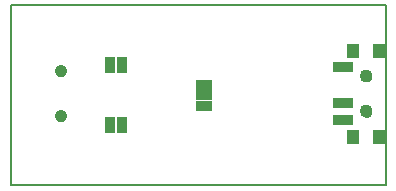
<source format=gbs>
G75*
%MOIN*%
%OFA0B0*%
%FSLAX25Y25*%
%IPPOS*%
%LPD*%
%AMOC8*
5,1,8,0,0,1.08239X$1,22.5*
%
%ADD10C,0.00800*%
%ADD11C,0.00000*%
%ADD12C,0.04146*%
%ADD13R,0.05800X0.03300*%
%ADD14R,0.03300X0.05800*%
%ADD15R,0.06706X0.03556*%
%ADD16C,0.04343*%
%ADD17R,0.03950X0.04737*%
D10*
X0123333Y0058200D02*
X0248333Y0058200D01*
X0248333Y0118200D01*
X0123333Y0118200D01*
X0123333Y0058200D01*
D11*
X0138322Y0081220D02*
X0138324Y0081301D01*
X0138330Y0081383D01*
X0138340Y0081464D01*
X0138354Y0081544D01*
X0138371Y0081623D01*
X0138393Y0081702D01*
X0138418Y0081779D01*
X0138447Y0081856D01*
X0138480Y0081930D01*
X0138517Y0082003D01*
X0138556Y0082074D01*
X0138600Y0082143D01*
X0138646Y0082210D01*
X0138696Y0082274D01*
X0138749Y0082336D01*
X0138805Y0082396D01*
X0138863Y0082452D01*
X0138925Y0082506D01*
X0138989Y0082557D01*
X0139055Y0082604D01*
X0139123Y0082648D01*
X0139194Y0082689D01*
X0139266Y0082726D01*
X0139341Y0082760D01*
X0139416Y0082790D01*
X0139494Y0082816D01*
X0139572Y0082839D01*
X0139651Y0082857D01*
X0139731Y0082872D01*
X0139812Y0082883D01*
X0139893Y0082890D01*
X0139975Y0082893D01*
X0140056Y0082892D01*
X0140137Y0082887D01*
X0140218Y0082878D01*
X0140299Y0082865D01*
X0140379Y0082848D01*
X0140457Y0082828D01*
X0140535Y0082803D01*
X0140612Y0082775D01*
X0140687Y0082743D01*
X0140760Y0082708D01*
X0140831Y0082669D01*
X0140901Y0082626D01*
X0140968Y0082581D01*
X0141034Y0082532D01*
X0141096Y0082480D01*
X0141156Y0082424D01*
X0141213Y0082366D01*
X0141268Y0082306D01*
X0141319Y0082242D01*
X0141367Y0082177D01*
X0141412Y0082109D01*
X0141454Y0082039D01*
X0141492Y0081967D01*
X0141527Y0081893D01*
X0141558Y0081818D01*
X0141585Y0081741D01*
X0141608Y0081663D01*
X0141628Y0081584D01*
X0141644Y0081504D01*
X0141656Y0081423D01*
X0141664Y0081342D01*
X0141668Y0081261D01*
X0141668Y0081179D01*
X0141664Y0081098D01*
X0141656Y0081017D01*
X0141644Y0080936D01*
X0141628Y0080856D01*
X0141608Y0080777D01*
X0141585Y0080699D01*
X0141558Y0080622D01*
X0141527Y0080547D01*
X0141492Y0080473D01*
X0141454Y0080401D01*
X0141412Y0080331D01*
X0141367Y0080263D01*
X0141319Y0080198D01*
X0141268Y0080134D01*
X0141213Y0080074D01*
X0141156Y0080016D01*
X0141096Y0079960D01*
X0141034Y0079908D01*
X0140968Y0079859D01*
X0140901Y0079814D01*
X0140832Y0079771D01*
X0140760Y0079732D01*
X0140687Y0079697D01*
X0140612Y0079665D01*
X0140535Y0079637D01*
X0140457Y0079612D01*
X0140379Y0079592D01*
X0140299Y0079575D01*
X0140218Y0079562D01*
X0140137Y0079553D01*
X0140056Y0079548D01*
X0139975Y0079547D01*
X0139893Y0079550D01*
X0139812Y0079557D01*
X0139731Y0079568D01*
X0139651Y0079583D01*
X0139572Y0079601D01*
X0139494Y0079624D01*
X0139416Y0079650D01*
X0139341Y0079680D01*
X0139266Y0079714D01*
X0139194Y0079751D01*
X0139123Y0079792D01*
X0139055Y0079836D01*
X0138989Y0079883D01*
X0138925Y0079934D01*
X0138863Y0079988D01*
X0138805Y0080044D01*
X0138749Y0080104D01*
X0138696Y0080166D01*
X0138646Y0080230D01*
X0138600Y0080297D01*
X0138556Y0080366D01*
X0138517Y0080437D01*
X0138480Y0080510D01*
X0138447Y0080584D01*
X0138418Y0080661D01*
X0138393Y0080738D01*
X0138371Y0080817D01*
X0138354Y0080896D01*
X0138340Y0080976D01*
X0138330Y0081057D01*
X0138324Y0081139D01*
X0138322Y0081220D01*
X0138322Y0096180D02*
X0138324Y0096261D01*
X0138330Y0096343D01*
X0138340Y0096424D01*
X0138354Y0096504D01*
X0138371Y0096583D01*
X0138393Y0096662D01*
X0138418Y0096739D01*
X0138447Y0096816D01*
X0138480Y0096890D01*
X0138517Y0096963D01*
X0138556Y0097034D01*
X0138600Y0097103D01*
X0138646Y0097170D01*
X0138696Y0097234D01*
X0138749Y0097296D01*
X0138805Y0097356D01*
X0138863Y0097412D01*
X0138925Y0097466D01*
X0138989Y0097517D01*
X0139055Y0097564D01*
X0139123Y0097608D01*
X0139194Y0097649D01*
X0139266Y0097686D01*
X0139341Y0097720D01*
X0139416Y0097750D01*
X0139494Y0097776D01*
X0139572Y0097799D01*
X0139651Y0097817D01*
X0139731Y0097832D01*
X0139812Y0097843D01*
X0139893Y0097850D01*
X0139975Y0097853D01*
X0140056Y0097852D01*
X0140137Y0097847D01*
X0140218Y0097838D01*
X0140299Y0097825D01*
X0140379Y0097808D01*
X0140457Y0097788D01*
X0140535Y0097763D01*
X0140612Y0097735D01*
X0140687Y0097703D01*
X0140760Y0097668D01*
X0140831Y0097629D01*
X0140901Y0097586D01*
X0140968Y0097541D01*
X0141034Y0097492D01*
X0141096Y0097440D01*
X0141156Y0097384D01*
X0141213Y0097326D01*
X0141268Y0097266D01*
X0141319Y0097202D01*
X0141367Y0097137D01*
X0141412Y0097069D01*
X0141454Y0096999D01*
X0141492Y0096927D01*
X0141527Y0096853D01*
X0141558Y0096778D01*
X0141585Y0096701D01*
X0141608Y0096623D01*
X0141628Y0096544D01*
X0141644Y0096464D01*
X0141656Y0096383D01*
X0141664Y0096302D01*
X0141668Y0096221D01*
X0141668Y0096139D01*
X0141664Y0096058D01*
X0141656Y0095977D01*
X0141644Y0095896D01*
X0141628Y0095816D01*
X0141608Y0095737D01*
X0141585Y0095659D01*
X0141558Y0095582D01*
X0141527Y0095507D01*
X0141492Y0095433D01*
X0141454Y0095361D01*
X0141412Y0095291D01*
X0141367Y0095223D01*
X0141319Y0095158D01*
X0141268Y0095094D01*
X0141213Y0095034D01*
X0141156Y0094976D01*
X0141096Y0094920D01*
X0141034Y0094868D01*
X0140968Y0094819D01*
X0140901Y0094774D01*
X0140832Y0094731D01*
X0140760Y0094692D01*
X0140687Y0094657D01*
X0140612Y0094625D01*
X0140535Y0094597D01*
X0140457Y0094572D01*
X0140379Y0094552D01*
X0140299Y0094535D01*
X0140218Y0094522D01*
X0140137Y0094513D01*
X0140056Y0094508D01*
X0139975Y0094507D01*
X0139893Y0094510D01*
X0139812Y0094517D01*
X0139731Y0094528D01*
X0139651Y0094543D01*
X0139572Y0094561D01*
X0139494Y0094584D01*
X0139416Y0094610D01*
X0139341Y0094640D01*
X0139266Y0094674D01*
X0139194Y0094711D01*
X0139123Y0094752D01*
X0139055Y0094796D01*
X0138989Y0094843D01*
X0138925Y0094894D01*
X0138863Y0094948D01*
X0138805Y0095004D01*
X0138749Y0095064D01*
X0138696Y0095126D01*
X0138646Y0095190D01*
X0138600Y0095257D01*
X0138556Y0095326D01*
X0138517Y0095397D01*
X0138480Y0095470D01*
X0138447Y0095544D01*
X0138418Y0095621D01*
X0138393Y0095698D01*
X0138371Y0095777D01*
X0138354Y0095856D01*
X0138340Y0095936D01*
X0138330Y0096017D01*
X0138324Y0096099D01*
X0138322Y0096180D01*
X0240061Y0094606D02*
X0240063Y0094690D01*
X0240069Y0094773D01*
X0240079Y0094856D01*
X0240093Y0094939D01*
X0240110Y0095021D01*
X0240132Y0095102D01*
X0240157Y0095181D01*
X0240186Y0095260D01*
X0240219Y0095337D01*
X0240255Y0095412D01*
X0240295Y0095486D01*
X0240338Y0095558D01*
X0240385Y0095627D01*
X0240435Y0095694D01*
X0240488Y0095759D01*
X0240544Y0095821D01*
X0240602Y0095881D01*
X0240664Y0095938D01*
X0240728Y0095991D01*
X0240795Y0096042D01*
X0240864Y0096089D01*
X0240935Y0096134D01*
X0241008Y0096174D01*
X0241083Y0096211D01*
X0241160Y0096245D01*
X0241238Y0096275D01*
X0241317Y0096301D01*
X0241398Y0096324D01*
X0241480Y0096342D01*
X0241562Y0096357D01*
X0241645Y0096368D01*
X0241728Y0096375D01*
X0241812Y0096378D01*
X0241896Y0096377D01*
X0241979Y0096372D01*
X0242063Y0096363D01*
X0242145Y0096350D01*
X0242227Y0096334D01*
X0242308Y0096313D01*
X0242389Y0096289D01*
X0242467Y0096261D01*
X0242545Y0096229D01*
X0242621Y0096193D01*
X0242695Y0096154D01*
X0242767Y0096112D01*
X0242837Y0096066D01*
X0242905Y0096017D01*
X0242970Y0095965D01*
X0243033Y0095910D01*
X0243093Y0095852D01*
X0243151Y0095791D01*
X0243205Y0095727D01*
X0243257Y0095661D01*
X0243305Y0095593D01*
X0243350Y0095522D01*
X0243391Y0095449D01*
X0243430Y0095375D01*
X0243464Y0095299D01*
X0243495Y0095221D01*
X0243522Y0095142D01*
X0243546Y0095061D01*
X0243565Y0094980D01*
X0243581Y0094898D01*
X0243593Y0094815D01*
X0243601Y0094731D01*
X0243605Y0094648D01*
X0243605Y0094564D01*
X0243601Y0094481D01*
X0243593Y0094397D01*
X0243581Y0094314D01*
X0243565Y0094232D01*
X0243546Y0094151D01*
X0243522Y0094070D01*
X0243495Y0093991D01*
X0243464Y0093913D01*
X0243430Y0093837D01*
X0243391Y0093763D01*
X0243350Y0093690D01*
X0243305Y0093619D01*
X0243257Y0093551D01*
X0243205Y0093485D01*
X0243151Y0093421D01*
X0243093Y0093360D01*
X0243033Y0093302D01*
X0242970Y0093247D01*
X0242905Y0093195D01*
X0242837Y0093146D01*
X0242767Y0093100D01*
X0242695Y0093058D01*
X0242621Y0093019D01*
X0242545Y0092983D01*
X0242467Y0092951D01*
X0242389Y0092923D01*
X0242308Y0092899D01*
X0242227Y0092878D01*
X0242145Y0092862D01*
X0242063Y0092849D01*
X0241979Y0092840D01*
X0241896Y0092835D01*
X0241812Y0092834D01*
X0241728Y0092837D01*
X0241645Y0092844D01*
X0241562Y0092855D01*
X0241480Y0092870D01*
X0241398Y0092888D01*
X0241317Y0092911D01*
X0241238Y0092937D01*
X0241160Y0092967D01*
X0241083Y0093001D01*
X0241008Y0093038D01*
X0240935Y0093078D01*
X0240864Y0093123D01*
X0240795Y0093170D01*
X0240728Y0093221D01*
X0240664Y0093274D01*
X0240602Y0093331D01*
X0240544Y0093391D01*
X0240488Y0093453D01*
X0240435Y0093518D01*
X0240385Y0093585D01*
X0240338Y0093654D01*
X0240295Y0093726D01*
X0240255Y0093800D01*
X0240219Y0093875D01*
X0240186Y0093952D01*
X0240157Y0094031D01*
X0240132Y0094110D01*
X0240110Y0094191D01*
X0240093Y0094273D01*
X0240079Y0094356D01*
X0240069Y0094439D01*
X0240063Y0094522D01*
X0240061Y0094606D01*
X0240061Y0082794D02*
X0240063Y0082878D01*
X0240069Y0082961D01*
X0240079Y0083044D01*
X0240093Y0083127D01*
X0240110Y0083209D01*
X0240132Y0083290D01*
X0240157Y0083369D01*
X0240186Y0083448D01*
X0240219Y0083525D01*
X0240255Y0083600D01*
X0240295Y0083674D01*
X0240338Y0083746D01*
X0240385Y0083815D01*
X0240435Y0083882D01*
X0240488Y0083947D01*
X0240544Y0084009D01*
X0240602Y0084069D01*
X0240664Y0084126D01*
X0240728Y0084179D01*
X0240795Y0084230D01*
X0240864Y0084277D01*
X0240935Y0084322D01*
X0241008Y0084362D01*
X0241083Y0084399D01*
X0241160Y0084433D01*
X0241238Y0084463D01*
X0241317Y0084489D01*
X0241398Y0084512D01*
X0241480Y0084530D01*
X0241562Y0084545D01*
X0241645Y0084556D01*
X0241728Y0084563D01*
X0241812Y0084566D01*
X0241896Y0084565D01*
X0241979Y0084560D01*
X0242063Y0084551D01*
X0242145Y0084538D01*
X0242227Y0084522D01*
X0242308Y0084501D01*
X0242389Y0084477D01*
X0242467Y0084449D01*
X0242545Y0084417D01*
X0242621Y0084381D01*
X0242695Y0084342D01*
X0242767Y0084300D01*
X0242837Y0084254D01*
X0242905Y0084205D01*
X0242970Y0084153D01*
X0243033Y0084098D01*
X0243093Y0084040D01*
X0243151Y0083979D01*
X0243205Y0083915D01*
X0243257Y0083849D01*
X0243305Y0083781D01*
X0243350Y0083710D01*
X0243391Y0083637D01*
X0243430Y0083563D01*
X0243464Y0083487D01*
X0243495Y0083409D01*
X0243522Y0083330D01*
X0243546Y0083249D01*
X0243565Y0083168D01*
X0243581Y0083086D01*
X0243593Y0083003D01*
X0243601Y0082919D01*
X0243605Y0082836D01*
X0243605Y0082752D01*
X0243601Y0082669D01*
X0243593Y0082585D01*
X0243581Y0082502D01*
X0243565Y0082420D01*
X0243546Y0082339D01*
X0243522Y0082258D01*
X0243495Y0082179D01*
X0243464Y0082101D01*
X0243430Y0082025D01*
X0243391Y0081951D01*
X0243350Y0081878D01*
X0243305Y0081807D01*
X0243257Y0081739D01*
X0243205Y0081673D01*
X0243151Y0081609D01*
X0243093Y0081548D01*
X0243033Y0081490D01*
X0242970Y0081435D01*
X0242905Y0081383D01*
X0242837Y0081334D01*
X0242767Y0081288D01*
X0242695Y0081246D01*
X0242621Y0081207D01*
X0242545Y0081171D01*
X0242467Y0081139D01*
X0242389Y0081111D01*
X0242308Y0081087D01*
X0242227Y0081066D01*
X0242145Y0081050D01*
X0242063Y0081037D01*
X0241979Y0081028D01*
X0241896Y0081023D01*
X0241812Y0081022D01*
X0241728Y0081025D01*
X0241645Y0081032D01*
X0241562Y0081043D01*
X0241480Y0081058D01*
X0241398Y0081076D01*
X0241317Y0081099D01*
X0241238Y0081125D01*
X0241160Y0081155D01*
X0241083Y0081189D01*
X0241008Y0081226D01*
X0240935Y0081266D01*
X0240864Y0081311D01*
X0240795Y0081358D01*
X0240728Y0081409D01*
X0240664Y0081462D01*
X0240602Y0081519D01*
X0240544Y0081579D01*
X0240488Y0081641D01*
X0240435Y0081706D01*
X0240385Y0081773D01*
X0240338Y0081842D01*
X0240295Y0081914D01*
X0240255Y0081988D01*
X0240219Y0082063D01*
X0240186Y0082140D01*
X0240157Y0082219D01*
X0240132Y0082298D01*
X0240110Y0082379D01*
X0240093Y0082461D01*
X0240079Y0082544D01*
X0240069Y0082627D01*
X0240063Y0082710D01*
X0240061Y0082794D01*
D12*
X0139995Y0081220D03*
X0139995Y0096180D03*
D13*
X0187833Y0091700D03*
X0187833Y0088200D03*
X0187833Y0084700D03*
D14*
X0160333Y0078200D03*
X0156333Y0078200D03*
X0156333Y0098200D03*
X0160333Y0098200D03*
D15*
X0233959Y0097558D03*
X0233959Y0085747D03*
X0233959Y0079842D03*
D16*
X0241833Y0082794D03*
X0241833Y0094606D03*
D17*
X0237503Y0103070D03*
X0246164Y0103070D03*
X0246164Y0074330D03*
X0237503Y0074330D03*
M02*

</source>
